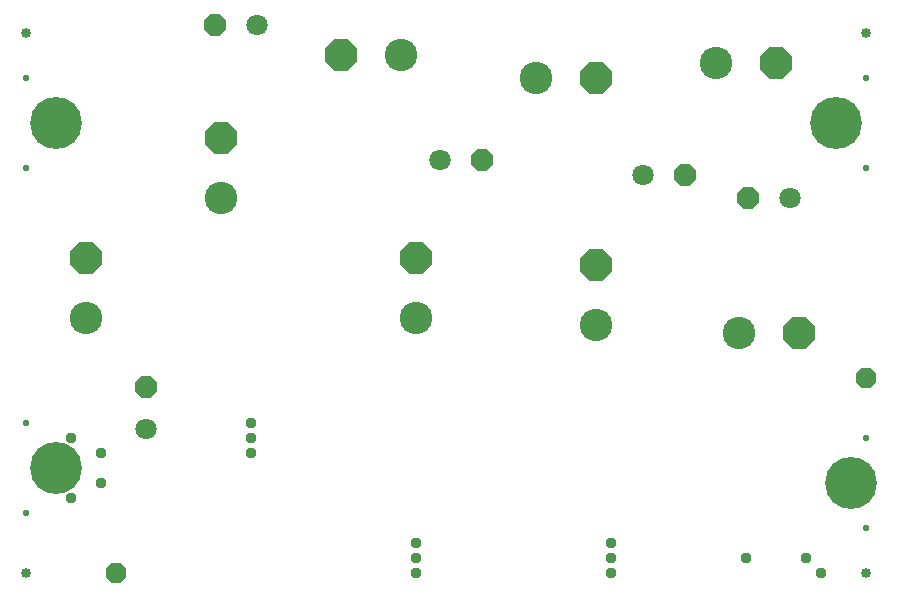
<source format=gbs>
G75*
%MOIN*%
%OFA0B0*%
%FSLAX25Y25*%
%IPPOS*%
%LPD*%
%AMOC8*
5,1,8,0,0,1.08239X$1,22.5*
%
%ADD10C,0.03359*%
%ADD11OC8,0.06800*%
%ADD12OC8,0.07100*%
%ADD13C,0.07100*%
%ADD14C,0.10800*%
%ADD15OC8,0.10800*%
%ADD16C,0.02178*%
%ADD17C,0.17300*%
%ADD18C,0.03778*%
D10*
X0011500Y0015167D03*
X0291500Y0015167D03*
X0291500Y0195167D03*
X0011500Y0195167D03*
D11*
X0291500Y0080167D03*
X0041500Y0015167D03*
D12*
X0051500Y0077167D03*
X0163500Y0152667D03*
X0231000Y0147667D03*
X0252000Y0140167D03*
X0074500Y0197667D03*
D13*
X0088500Y0197667D03*
X0149500Y0152667D03*
X0217000Y0147667D03*
X0266000Y0140167D03*
X0051500Y0063167D03*
D14*
X0031500Y0100167D03*
X0076500Y0140167D03*
X0141500Y0100167D03*
X0201500Y0097667D03*
X0249000Y0095167D03*
X0181500Y0180167D03*
X0136500Y0187667D03*
X0241500Y0185167D03*
D15*
X0261500Y0185167D03*
X0201500Y0180167D03*
X0116500Y0187667D03*
X0076500Y0160167D03*
X0031500Y0120167D03*
X0141500Y0120167D03*
X0201500Y0117667D03*
X0269000Y0095167D03*
D16*
X0291500Y0060167D03*
X0291500Y0030167D03*
X0291500Y0150167D03*
X0291500Y0180167D03*
X0011500Y0180167D03*
X0011500Y0150167D03*
X0011500Y0065167D03*
X0011500Y0035167D03*
D17*
X0021500Y0050167D03*
X0021500Y0165167D03*
X0281500Y0165167D03*
X0286500Y0045167D03*
D18*
X0271500Y0020167D03*
X0276500Y0015167D03*
X0251500Y0020167D03*
X0206500Y0020167D03*
X0206500Y0025167D03*
X0206500Y0015167D03*
X0141500Y0015167D03*
X0141500Y0020167D03*
X0141500Y0025167D03*
X0086500Y0055167D03*
X0086500Y0060167D03*
X0086500Y0065167D03*
X0036500Y0055167D03*
X0026500Y0060167D03*
X0026500Y0050167D03*
X0036500Y0045167D03*
X0026500Y0040167D03*
M02*

</source>
